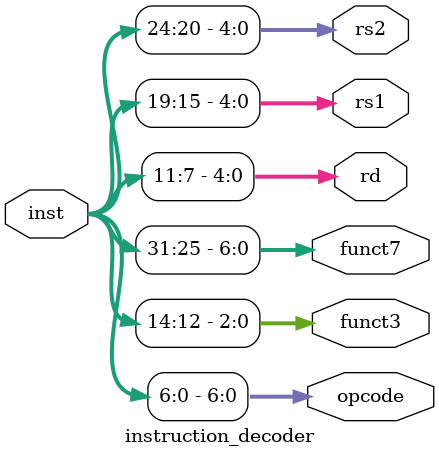
<source format=sv>
module instruction_decoder(
    input [31:0] inst,
    output [6:0] opcode,
    output [2:0] funct3,
    output [6:0] funct7,
    output [4:0] rd,
    output [4:0] rs1,
    output [4:0] rs2
);

    assign opcode = inst[6:0];
    assign rd     = inst[11:7];
    assign funct3 = inst[14:12];
    assign rs1    = inst[19:15];
    assign rs2    = inst[24:20];
    assign funct7 = inst[31:25];

endmodule
</source>
